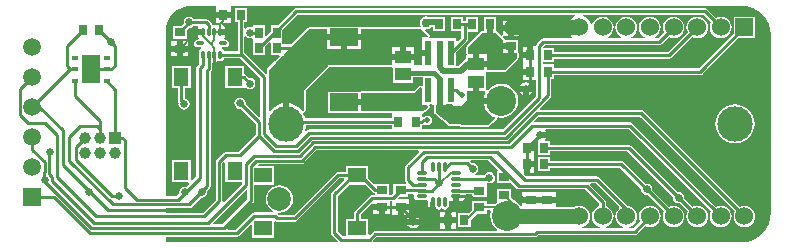
<source format=gtl>
G04 Layer_Physical_Order=1*
G04 Layer_Color=255*
%FSLAX25Y25*%
%MOIN*%
G70*
G01*
G75*
%ADD10R,0.02756X0.03543*%
%ADD11C,0.06000*%
%ADD12O,0.03937X0.01181*%
%ADD13R,0.06000X0.06000*%
%ADD14R,0.05118X0.06102*%
%ADD15R,0.05906X0.09449*%
%ADD16O,0.02362X0.01575*%
%ADD17R,0.03543X0.03150*%
%ADD18R,0.03150X0.03543*%
%ADD19O,0.01181X0.03150*%
%ADD20O,0.03150X0.01181*%
%ADD21R,0.06102X0.05118*%
%ADD22R,0.03543X0.02756*%
%ADD23O,0.01181X0.03937*%
%ADD24R,0.05512X0.04331*%
%ADD25R,0.02362X0.08465*%
%ADD26R,0.09449X0.05906*%
%ADD27C,0.01000*%
%ADD28C,0.01500*%
%ADD29C,0.00800*%
%ADD30C,0.02000*%
%ADD31C,0.05000*%
%ADD32C,0.11811*%
%ADD33C,0.07874*%
%ADD34R,0.05906X0.05906*%
%ADD35C,0.05906*%
%ADD36C,0.03937*%
%ADD37R,0.03937X0.03937*%
%ADD38C,0.02500*%
%ADD39C,0.10000*%
%ADD40C,0.03000*%
%ADD41C,0.02000*%
G36*
X209380Y120675D02*
X205307Y116602D01*
X205064Y116238D01*
X204978Y115809D01*
X204978Y115809D01*
Y103100D01*
X204978Y103100D01*
X205064Y102671D01*
X205307Y102307D01*
X207188Y100426D01*
X206996Y99964D01*
X150396Y99958D01*
X150042Y100311D01*
Y101778D01*
X173700D01*
X173700Y101778D01*
X174129Y101864D01*
X174493Y102107D01*
X178337Y105951D01*
X178799Y105760D01*
Y101383D01*
X186101D01*
Y106687D01*
X186542Y106922D01*
X186630Y106864D01*
X187059Y106778D01*
X187059Y106778D01*
X193000D01*
X193000Y106778D01*
X193429Y106864D01*
X193793Y107107D01*
X207823Y121137D01*
X209189D01*
X209380Y120675D01*
D02*
G37*
G36*
X234330Y130017D02*
X230007Y125693D01*
X229764Y125329D01*
X229678Y124900D01*
X229679Y124900D01*
Y120700D01*
X229678Y120700D01*
X229764Y120271D01*
X230007Y119907D01*
X230121Y119793D01*
X229930Y119331D01*
X225829D01*
Y116370D01*
X225180Y115722D01*
X224272D01*
Y119431D01*
X219529D01*
X219529Y119431D01*
Y119431D01*
X219412Y119382D01*
X217401Y121393D01*
Y125417D01*
X210098D01*
Y123380D01*
X207358D01*
X207358Y123380D01*
X206929Y123294D01*
X206565Y123051D01*
X206565Y123051D01*
X192535Y109022D01*
X187595D01*
X187330Y109446D01*
X187475Y109740D01*
X187811Y109695D01*
X188995Y109851D01*
X190099Y110309D01*
X191047Y111036D01*
X191774Y111984D01*
X192231Y113087D01*
X192387Y114272D01*
X192231Y115456D01*
X191774Y116560D01*
X191047Y117507D01*
X190099Y118235D01*
X188995Y118692D01*
X187811Y118848D01*
X186627Y118692D01*
X185523Y118235D01*
X184575Y117507D01*
X183848Y116560D01*
X183391Y115456D01*
X183235Y114272D01*
X183391Y113087D01*
X183848Y111984D01*
X184575Y111036D01*
X185523Y110309D01*
X185321Y109822D01*
X179443D01*
X179014Y109736D01*
X178650Y109493D01*
X178650Y109493D01*
X177506Y108350D01*
X177391Y108177D01*
X173235Y104022D01*
X170661D01*
X170470Y104483D01*
X178993Y113007D01*
X178993Y113007D01*
X179236Y113371D01*
X179322Y113800D01*
Y119099D01*
X186101D01*
Y125417D01*
X180683D01*
X180623Y125563D01*
X180901Y125978D01*
X195188D01*
X195188Y125978D01*
X195617Y126064D01*
X195981Y126307D01*
X200153Y130478D01*
X234139D01*
X234330Y130017D01*
D02*
G37*
G36*
X301102Y111712D02*
X301070Y111213D01*
X300881Y111067D01*
X300304Y110315D01*
X299941Y109440D01*
X299817Y108500D01*
X299941Y107560D01*
X300304Y106684D01*
X300881Y105932D01*
X301632Y105355D01*
X302462Y105012D01*
X302364Y104522D01*
X296658D01*
X296561Y105012D01*
X297390Y105355D01*
X298142Y105932D01*
X298719Y106684D01*
X299081Y107560D01*
X299205Y108500D01*
X299081Y109440D01*
X298719Y110315D01*
X298142Y111067D01*
X297390Y111644D01*
X296696Y111932D01*
Y113326D01*
X296610Y113755D01*
X296367Y114119D01*
X296367Y114119D01*
X291370Y119116D01*
X291561Y119578D01*
X293235D01*
X301102Y111712D01*
D02*
G37*
G36*
X177078Y117239D02*
Y114265D01*
X168735Y105922D01*
X165761D01*
X165570Y106384D01*
X176617Y117430D01*
X177078Y117239D01*
D02*
G37*
G36*
X181478Y154635D02*
Y141661D01*
X181017Y141470D01*
X176536Y145950D01*
X176586Y146200D01*
X176443Y146922D01*
X176034Y147534D01*
X175422Y147943D01*
X174700Y148086D01*
X173978Y147943D01*
X173366Y147534D01*
X172957Y146922D01*
X172814Y146200D01*
X172957Y145478D01*
X173366Y144866D01*
X173978Y144457D01*
X174700Y144314D01*
X174950Y144364D01*
X179878Y139435D01*
Y135802D01*
X174198Y130122D01*
X170000D01*
X170000Y130122D01*
X169571Y130036D01*
X169207Y129793D01*
X169207Y129793D01*
X166907Y127493D01*
X166664Y127129D01*
X166578Y126700D01*
X166578Y126700D01*
Y113965D01*
X162235Y109622D01*
X150042D01*
Y111378D01*
X157800D01*
X157800Y111378D01*
X158229Y111464D01*
X158593Y111707D01*
X161683Y114797D01*
X161850Y114764D01*
X162572Y114907D01*
X163184Y115316D01*
X163593Y115928D01*
X163736Y116650D01*
X163703Y116817D01*
X164593Y117707D01*
X164593Y117707D01*
X164836Y118071D01*
X164836Y118071D01*
X164836Y118071D01*
X164922Y118500D01*
X164922Y118500D01*
Y156735D01*
X164993Y156807D01*
X164993Y156807D01*
X165236Y157171D01*
X165322Y157600D01*
X165322Y157600D01*
Y159588D01*
X165708Y159905D01*
X166169Y159814D01*
X166789Y159937D01*
X167315Y160289D01*
X167437Y160471D01*
X167673Y160314D01*
X168137Y160222D01*
X168602Y160314D01*
X168995Y160577D01*
X169258Y160971D01*
X169324Y161298D01*
X174816D01*
X181478Y154635D01*
D02*
G37*
G36*
X169699Y126460D02*
Y119899D01*
X175260D01*
X175451Y119437D01*
X169259Y113245D01*
X168818Y113480D01*
X168822Y113500D01*
X168822Y113500D01*
Y126235D01*
X169237Y126651D01*
X169699Y126460D01*
D02*
G37*
G36*
X260621Y124093D02*
X260430Y123631D01*
X260228D01*
Y119675D01*
X264971D01*
X264972Y119675D01*
Y119675D01*
X265019Y119695D01*
X266807Y117907D01*
X266807Y117907D01*
X267171Y117664D01*
X267171Y117664D01*
X267171Y117664D01*
D01*
X267171Y117664D01*
X267171Y117664D01*
X267600Y117578D01*
X267600Y117578D01*
X289735D01*
X294453Y112861D01*
Y111932D01*
X293759Y111644D01*
X293006Y111067D01*
X292429Y110315D01*
X292067Y109440D01*
X291943Y108500D01*
X292067Y107560D01*
X292429Y106684D01*
X293006Y105932D01*
X293759Y105355D01*
X294587Y105012D01*
X294490Y104522D01*
X288784D01*
X288687Y105012D01*
X289516Y105355D01*
X290268Y105932D01*
X290845Y106684D01*
X291207Y107560D01*
X291331Y108500D01*
X291207Y109440D01*
X290845Y110315D01*
X290268Y111067D01*
X289516Y111644D01*
X288640Y112007D01*
X287700Y112131D01*
X286760Y112007D01*
X286083Y111727D01*
X279872D01*
Y113056D01*
X277100D01*
Y115056D01*
X279872D01*
Y116631D01*
X274372D01*
D01*
D01*
X274372Y116631D01*
X274328D01*
Y116631D01*
X268828D01*
Y115056D01*
X271600D01*
Y113056D01*
X268828D01*
Y111993D01*
X268355Y111833D01*
X267694Y112694D01*
X266524Y113592D01*
X265967Y113823D01*
X264972Y114818D01*
Y117725D01*
X260228D01*
Y113769D01*
X260330D01*
X260490Y113296D01*
X259706Y112694D01*
X259606Y112564D01*
X256872D01*
Y113719D01*
X252128D01*
Y110614D01*
X251085Y109572D01*
X247281D01*
Y104828D01*
X251631D01*
Y107233D01*
X253767Y109369D01*
X256872D01*
Y110525D01*
X257913D01*
X258242Y110149D01*
X258052Y108700D01*
X258244Y107238D01*
X258808Y105876D01*
X259706Y104706D01*
X260372Y104195D01*
X260211Y103722D01*
X219700D01*
X219271Y103636D01*
X218907Y103393D01*
X218907Y103393D01*
X217863Y102349D01*
X217401Y102540D01*
Y107701D01*
X214871D01*
Y109185D01*
X218667Y112980D01*
X219128Y112789D01*
Y112547D01*
X221900D01*
Y111547D01*
X222900D01*
Y109169D01*
X224672D01*
Y113478D01*
X225429D01*
Y109069D01*
X227200D01*
Y111644D01*
X228200D01*
Y112644D01*
X230972D01*
Y114219D01*
Y114219D01*
X227502D01*
X227359Y114565D01*
X227637Y114981D01*
X230572D01*
Y116034D01*
X232183D01*
X232792Y115628D01*
X232699Y115163D01*
X232792Y114699D01*
X233055Y114305D01*
X233449Y114041D01*
X233913Y113949D01*
X236669D01*
X237023Y114020D01*
X237410Y113702D01*
Y112013D01*
X237533Y111393D01*
X237885Y110867D01*
X238032Y110769D01*
Y113391D01*
X239786D01*
Y112013D01*
X239878Y111549D01*
X240032Y111320D01*
Y110769D01*
X240178Y110867D01*
X240300Y111049D01*
X240535Y110892D01*
X241000Y110800D01*
X241464Y110892D01*
X241858Y111155D01*
X242110D01*
X242504Y110892D01*
X242969Y110800D01*
X243433Y110892D01*
X243827Y111155D01*
X244090Y111549D01*
X244182Y112013D01*
Y113487D01*
X244623Y113723D01*
X244710Y113665D01*
X245331Y113541D01*
X245709D01*
Y115163D01*
X247709D01*
Y113541D01*
X248087D01*
X248707Y113665D01*
X249233Y114016D01*
X249585Y114542D01*
X249708Y115163D01*
X249617Y115623D01*
X249934Y116010D01*
X252128D01*
Y114881D01*
X256872D01*
Y119231D01*
X256872Y119231D01*
Y119231D01*
X257078Y119657D01*
X257800Y119514D01*
X258522Y119657D01*
X259134Y120066D01*
X259543Y120678D01*
X259686Y121400D01*
X259543Y122122D01*
X259134Y122734D01*
X258522Y123143D01*
X257800Y123286D01*
X257078Y123143D01*
X256466Y122734D01*
X256103Y122190D01*
X253084D01*
X252939Y122669D01*
X253534Y123066D01*
X253943Y123678D01*
X254086Y124400D01*
X253943Y125122D01*
X253534Y125734D01*
X252922Y126143D01*
X252200Y126286D01*
X251950Y126236D01*
X251370Y126816D01*
X251561Y127278D01*
X257435D01*
X260621Y124093D01*
D02*
G37*
G36*
X225644Y157983D02*
Y153082D01*
X232356D01*
Y155003D01*
X235679D01*
Y152313D01*
X235263Y152035D01*
X235065Y152117D01*
X234936D01*
X234817Y152166D01*
X234697Y152117D01*
X234568D01*
X234477Y152025D01*
X234358Y151976D01*
X232531Y150149D01*
X215024D01*
X214756Y150038D01*
X214624Y150126D01*
Y150126D01*
X203976D01*
Y143020D01*
X214624D01*
Y143020D01*
X214713Y143080D01*
X215024Y142951D01*
X225469D01*
Y142472D01*
X225469D01*
Y141221D01*
X196384D01*
X196193Y141852D01*
X195754Y142674D01*
X195934Y143140D01*
X196219Y143242D01*
X196326Y143339D01*
X196459Y143395D01*
X196503Y143500D01*
X196587Y143576D01*
X196594Y143720D01*
X196649Y143854D01*
Y150531D01*
X204369Y158251D01*
X225244D01*
X225644Y157983D01*
D02*
G37*
G36*
X254300Y150282D02*
X256211D01*
X256468Y149853D01*
X256230Y149407D01*
X255887Y148276D01*
X255870Y148100D01*
X261800D01*
Y146100D01*
X255870D01*
X255887Y145924D01*
X256230Y144793D01*
X256787Y143751D01*
X257537Y142837D01*
X258451Y142087D01*
X259493Y141530D01*
X259678Y141474D01*
X259778Y140984D01*
X257400Y139000D01*
X248200D01*
Y139281D01*
X248200Y139281D01*
X248200Y139281D01*
X248171Y139200D01*
X244800D01*
X244700Y139281D01*
X240100Y143028D01*
Y145565D01*
X240200D01*
Y150798D01*
X242200D01*
Y145565D01*
X243381D01*
Y145965D01*
X245093D01*
X245900Y145308D01*
X248200D01*
Y145173D01*
X250500Y147091D01*
Y150282D01*
X252300D01*
Y153447D01*
X254300D01*
Y150282D01*
D02*
G37*
G36*
X235279Y151326D02*
Y145565D01*
X237112D01*
X237303Y145103D01*
X236200Y144000D01*
X235800Y143600D01*
X215024D01*
Y145573D01*
X209300D01*
Y147573D01*
X215024D01*
Y149500D01*
X232800D01*
X234817Y151517D01*
X235279Y151326D01*
D02*
G37*
G36*
X258953Y169728D02*
X259872D01*
X260200Y169400D01*
X262228Y167372D01*
Y166247D01*
X265000D01*
Y165247D01*
X266000D01*
Y162869D01*
X267000D01*
Y161500D01*
X266900Y161400D01*
X262900Y157400D01*
X257056D01*
Y158353D01*
X253300D01*
Y159353D01*
X252300D01*
Y162518D01*
X251091D01*
X250742Y162876D01*
X250800Y165100D01*
X255471Y169771D01*
X255575Y169728D01*
Y169728D01*
X255575Y169728D01*
X256953D01*
Y172500D01*
X258953D01*
Y169728D01*
D02*
G37*
G36*
X343658Y178578D02*
X345513Y178015D01*
X347223Y177101D01*
X348722Y175871D01*
X349952Y174373D01*
X350866Y172663D01*
X351429Y170807D01*
X351614Y168925D01*
X351571Y168878D01*
X351571D01*
X351571Y168878D01*
Y109823D01*
X351571D01*
X351614Y109776D01*
X351429Y107893D01*
X350866Y106038D01*
X349952Y104328D01*
X348722Y102829D01*
X347223Y101600D01*
X345513Y100686D01*
X343658Y100123D01*
X341801Y99940D01*
X341728Y99980D01*
X341728D01*
D01*
D01*
X341728Y99980D01*
X219305Y99966D01*
X219114Y100428D01*
X220165Y101478D01*
X272900D01*
X272900Y101478D01*
X273329Y101564D01*
X273693Y101807D01*
X274165Y102278D01*
X306222D01*
X306222Y102278D01*
X306651Y102364D01*
X307015Y102607D01*
X309688Y105280D01*
X310382Y104993D01*
X311322Y104869D01*
X312262Y104993D01*
X313138Y105355D01*
X313890Y105932D01*
X314467Y106684D01*
X314829Y107560D01*
X314953Y108500D01*
X314829Y109440D01*
X314467Y110315D01*
X313890Y111067D01*
X313138Y111644D01*
X312262Y112007D01*
X311322Y112131D01*
X310382Y112007D01*
X309507Y111644D01*
X308754Y111067D01*
X308177Y110315D01*
X307815Y109440D01*
X307691Y108500D01*
X307815Y107560D01*
X308102Y106866D01*
X305758Y104522D01*
X304532D01*
X304435Y105012D01*
X305264Y105355D01*
X306016Y105932D01*
X306593Y106684D01*
X306955Y107560D01*
X307079Y108500D01*
X306955Y109440D01*
X306593Y110315D01*
X306016Y111067D01*
X305264Y111644D01*
X304388Y112007D01*
X303917Y112069D01*
X294493Y121493D01*
X294129Y121736D01*
X293700Y121822D01*
X293700Y121822D01*
X270065D01*
X269220Y122666D01*
X269247Y122733D01*
Y125900D01*
X270247D01*
Y126900D01*
X272625D01*
Y128672D01*
X272625D01*
Y130300D01*
X270247D01*
Y132300D01*
X272625D01*
Y134044D01*
X273104Y134189D01*
X273178Y134078D01*
X273922Y133581D01*
X274175Y133530D01*
Y128928D01*
X278131D01*
Y130178D01*
X303835D01*
X319014Y115000D01*
X318964Y114750D01*
X319107Y114028D01*
X319516Y113416D01*
X320128Y113007D01*
X320850Y112864D01*
X321100Y112914D01*
X323859Y110155D01*
X323563Y109440D01*
X323439Y108500D01*
X323563Y107560D01*
X323925Y106684D01*
X324502Y105932D01*
X325255Y105355D01*
X326130Y104993D01*
X327070Y104869D01*
X328010Y104993D01*
X328886Y105355D01*
X329638Y105932D01*
X330215Y106684D01*
X330577Y107560D01*
X330701Y108500D01*
X330577Y109440D01*
X330215Y110315D01*
X329638Y111067D01*
X328886Y111644D01*
X328010Y112007D01*
X327070Y112131D01*
X326130Y112007D01*
X325458Y111729D01*
X322687Y114500D01*
X322736Y114750D01*
X322593Y115472D01*
X322184Y116084D01*
X321572Y116493D01*
X320850Y116636D01*
X320600Y116586D01*
X305093Y132093D01*
X304729Y132336D01*
X304300Y132422D01*
X304300Y132422D01*
X278131D01*
Y133672D01*
X276681D01*
X276445Y134113D01*
X276838Y134700D01*
X274800D01*
Y136700D01*
X276838D01*
X276479Y137238D01*
X276714Y137678D01*
X304179D01*
X331724Y110134D01*
X331437Y109440D01*
X331313Y108500D01*
X331437Y107560D01*
X331800Y106684D01*
X332377Y105932D01*
X333128Y105355D01*
X334004Y104993D01*
X334944Y104869D01*
X335884Y104993D01*
X336760Y105355D01*
X337512Y105932D01*
X338089Y106684D01*
X338451Y107560D01*
X338575Y108500D01*
X338451Y109440D01*
X338089Y110315D01*
X337512Y111067D01*
X336760Y111644D01*
X335884Y112007D01*
X334944Y112131D01*
X334004Y112007D01*
X333310Y111720D01*
X305437Y139593D01*
X305073Y139836D01*
X304644Y139922D01*
X304644Y139922D01*
X272961D01*
X272770Y140384D01*
X274165Y141778D01*
X307953D01*
X339598Y110134D01*
X339311Y109440D01*
X339187Y108500D01*
X339311Y107560D01*
X339673Y106684D01*
X340250Y105932D01*
X341002Y105355D01*
X341878Y104993D01*
X342818Y104869D01*
X343758Y104993D01*
X344634Y105355D01*
X345386Y105932D01*
X345963Y106684D01*
X346325Y107560D01*
X346449Y108500D01*
X346325Y109440D01*
X345963Y110315D01*
X345386Y111067D01*
X344634Y111644D01*
X343758Y112007D01*
X342818Y112131D01*
X341878Y112007D01*
X341184Y111720D01*
X309211Y143693D01*
X308847Y143936D01*
X308418Y144022D01*
X308418Y144022D01*
X274798D01*
X274607Y144483D01*
X278146Y148022D01*
X278146Y148022D01*
X278389Y148386D01*
X278389Y148386D01*
X278389Y148386D01*
X278474Y148816D01*
X278474Y148816D01*
Y154428D01*
X279331D01*
Y155678D01*
X328118D01*
X328118Y155678D01*
X328547Y155764D01*
X328911Y156007D01*
X340804Y167900D01*
X346418D01*
Y175100D01*
X339218D01*
Y169486D01*
X327654Y157922D01*
X279331D01*
Y159172D01*
X275521D01*
Y159828D01*
X279331D01*
Y161078D01*
X317770D01*
X317770Y161078D01*
X318199Y161164D01*
X318563Y161407D01*
X325436Y168280D01*
X326130Y167993D01*
X327070Y167869D01*
X328010Y167993D01*
X328886Y168355D01*
X329638Y168932D01*
X330215Y169684D01*
X330577Y170560D01*
X330701Y171500D01*
X330577Y172440D01*
X330215Y173315D01*
X329638Y174067D01*
X328886Y174644D01*
X328010Y175007D01*
X327070Y175131D01*
X326130Y175007D01*
X325255Y174644D01*
X324502Y174067D01*
X323925Y173315D01*
X323563Y172440D01*
X323439Y171500D01*
X323563Y170560D01*
X323850Y169866D01*
X317306Y163321D01*
X279331D01*
Y164572D01*
X275911D01*
X275720Y165034D01*
X276265Y165578D01*
X314396D01*
X314396Y165578D01*
X314825Y165664D01*
X315189Y165907D01*
X317562Y168280D01*
X318256Y167993D01*
X319196Y167869D01*
X320136Y167993D01*
X321012Y168355D01*
X321764Y168932D01*
X322341Y169684D01*
X322703Y170560D01*
X322827Y171500D01*
X322703Y172440D01*
X322341Y173315D01*
X321764Y174067D01*
X321012Y174644D01*
X320136Y175007D01*
X319196Y175131D01*
X318256Y175007D01*
X317380Y174644D01*
X316629Y174067D01*
X316052Y173315D01*
X315689Y172440D01*
X315565Y171500D01*
X315689Y170560D01*
X315976Y169866D01*
X313932Y167822D01*
X313130D01*
X313033Y168312D01*
X313138Y168355D01*
X313890Y168932D01*
X314467Y169684D01*
X314829Y170560D01*
X314953Y171500D01*
X314829Y172440D01*
X314467Y173315D01*
X313890Y174067D01*
X313138Y174644D01*
X312262Y175007D01*
X311322Y175131D01*
X310382Y175007D01*
X309507Y174644D01*
X308754Y174067D01*
X308177Y173315D01*
X307815Y172440D01*
X307691Y171500D01*
X307815Y170560D01*
X308177Y169684D01*
X308754Y168932D01*
X309507Y168355D01*
X309611Y168312D01*
X309514Y167822D01*
X305256D01*
X305159Y168312D01*
X305264Y168355D01*
X306016Y168932D01*
X306593Y169684D01*
X306955Y170560D01*
X307079Y171500D01*
X306955Y172440D01*
X306593Y173315D01*
X306016Y174067D01*
X305264Y174644D01*
X304388Y175007D01*
X303448Y175131D01*
X302508Y175007D01*
X301632Y174644D01*
X300881Y174067D01*
X300304Y173315D01*
X299941Y172440D01*
X299817Y171500D01*
X299941Y170560D01*
X300304Y169684D01*
X300881Y168932D01*
X301632Y168355D01*
X301737Y168312D01*
X301640Y167822D01*
X297382D01*
X297285Y168312D01*
X297390Y168355D01*
X298142Y168932D01*
X298719Y169684D01*
X299081Y170560D01*
X299205Y171500D01*
X299081Y172440D01*
X298719Y173315D01*
X298142Y174067D01*
X297390Y174644D01*
X296514Y175007D01*
X295574Y175131D01*
X294634Y175007D01*
X293759Y174644D01*
X293006Y174067D01*
X292429Y173315D01*
X292140Y172616D01*
X291597Y172544D01*
X291194Y173517D01*
X290553Y174353D01*
X289717Y174994D01*
X289007Y175288D01*
X289105Y175778D01*
X329079D01*
X331724Y173134D01*
X331437Y172440D01*
X331313Y171500D01*
X331437Y170560D01*
X331800Y169684D01*
X332377Y168932D01*
X333128Y168355D01*
X334004Y167993D01*
X334944Y167869D01*
X335884Y167993D01*
X336760Y168355D01*
X337512Y168932D01*
X338089Y169684D01*
X338451Y170560D01*
X338575Y171500D01*
X338451Y172440D01*
X338089Y173315D01*
X337512Y174067D01*
X336760Y174644D01*
X335884Y175007D01*
X334944Y175131D01*
X334004Y175007D01*
X333310Y174720D01*
X330337Y177693D01*
X329973Y177936D01*
X329544Y178022D01*
X329544Y178022D01*
X193500D01*
X193071Y177936D01*
X192707Y177693D01*
X192707Y177693D01*
X187186Y172172D01*
X184875D01*
Y170214D01*
X183387Y168726D01*
X182925Y168918D01*
Y172172D01*
X178969D01*
Y171888D01*
X178583Y171570D01*
X178000Y171686D01*
X177278Y171543D01*
X176666Y171134D01*
X176653Y171114D01*
X176174Y171259D01*
Y173328D01*
X177031D01*
Y178072D01*
X173075D01*
Y173328D01*
X173931D01*
Y163541D01*
X169324D01*
X169258Y163868D01*
X168995Y164262D01*
X168688Y164468D01*
X168833Y164946D01*
X169909D01*
X170373Y165038D01*
X170767Y165302D01*
X171030Y165695D01*
X171123Y166160D01*
X171030Y166624D01*
X170767Y167018D01*
X170373Y167281D01*
X169909Y167374D01*
X169550D01*
X169314Y167815D01*
X169635Y168295D01*
X169756Y168900D01*
X168137D01*
Y170900D01*
X169756D01*
X169635Y171505D01*
X169284Y172031D01*
X168758Y172382D01*
X168515Y172431D01*
X168564Y172928D01*
X171525D01*
Y174700D01*
X166769D01*
Y172928D01*
X167710D01*
X167759Y172431D01*
X167516Y172382D01*
X167153Y172140D01*
X166789Y172382D01*
X166169Y172506D01*
X165670Y172407D01*
X165254Y172685D01*
X165236Y172773D01*
X164993Y173137D01*
X164993Y173137D01*
X164177Y173953D01*
X163813Y174196D01*
X163384Y174281D01*
X163384Y174281D01*
X159304D01*
X159162Y174494D01*
X158550Y174902D01*
X157828Y175046D01*
X157107Y174902D01*
X156495Y174494D01*
X156086Y173882D01*
X155942Y173160D01*
X155992Y172909D01*
X155173Y172090D01*
X152213D01*
Y167741D01*
X156956D01*
Y170701D01*
X157578Y171323D01*
X157828Y171274D01*
X158550Y171417D01*
X159162Y171826D01*
X159304Y172038D01*
X160559D01*
X160795Y171597D01*
X160733Y171505D01*
X160613Y170900D01*
X162232D01*
Y168900D01*
X160613D01*
X160733Y168295D01*
X161054Y167815D01*
X160819Y167374D01*
X160460D01*
X159995Y167281D01*
X159602Y167018D01*
X159338Y166624D01*
X159246Y166160D01*
X159338Y165695D01*
X159602Y165302D01*
X159995Y165038D01*
X160460Y164946D01*
X161535D01*
X161680Y164468D01*
X161373Y164262D01*
X161110Y163868D01*
X161018Y163404D01*
Y161435D01*
X161110Y160971D01*
Y159396D01*
X160407Y158693D01*
X160164Y158329D01*
X160078Y157900D01*
X160078Y157900D01*
Y121865D01*
X158763Y120549D01*
X158301Y120740D01*
Y127202D01*
X151983D01*
Y119899D01*
X157460D01*
X157651Y119437D01*
X156634Y118420D01*
X156300Y118486D01*
X155578Y118343D01*
X154966Y117934D01*
X154557Y117322D01*
X154414Y116600D01*
X154480Y116266D01*
X153435Y115222D01*
X150042D01*
Y135700D01*
X150043Y135700D01*
Y170768D01*
X150043Y170768D01*
X150043D01*
X150039Y170772D01*
X150147Y171871D01*
X150634Y173477D01*
X151425Y174957D01*
X152490Y176254D01*
X153787Y177319D01*
X155267Y178110D01*
X156873Y178597D01*
X158463Y178754D01*
X158500Y178720D01*
Y178720D01*
X158500Y178721D01*
X166769D01*
Y178721D01*
Y178472D01*
X166769Y178367D01*
X166769Y178367D01*
X166769D01*
Y176700D01*
X171525D01*
Y178367D01*
X171525Y178367D01*
D01*
D01*
X171525Y178472D01*
D01*
X171774Y178721D01*
X341728D01*
Y178721D01*
X341776Y178763D01*
X343658Y178578D01*
D02*
G37*
G36*
X218962Y116660D02*
X218962Y116660D01*
X219326Y116417D01*
X219326Y116417D01*
X219326Y116417D01*
D01*
X219326Y116417D01*
X219326Y116417D01*
X219529Y116376D01*
Y115722D01*
X218700D01*
X218271Y115636D01*
X217907Y115393D01*
X217907Y115393D01*
X212957Y110443D01*
X212713Y110079D01*
X212628Y109650D01*
X212628Y109650D01*
Y107701D01*
X210098D01*
Y101922D01*
X208865D01*
X207222Y103565D01*
Y115344D01*
X210977Y119099D01*
X216523D01*
X218962Y116660D01*
D02*
G37*
G36*
X237303Y168697D02*
X237112Y168235D01*
X235279D01*
Y164002D01*
X237460D01*
Y162002D01*
X235279D01*
Y158900D01*
X232756D01*
Y160753D01*
X225244D01*
Y158900D01*
X204100D01*
X204000Y158800D01*
X196000Y150800D01*
Y143854D01*
X195529Y143685D01*
X195060Y144257D01*
X194009Y145120D01*
X192809Y145761D01*
X191507Y146156D01*
X191154Y146191D01*
Y139350D01*
X189154D01*
Y146191D01*
X188800Y146156D01*
X187498Y145761D01*
X186299Y145120D01*
X185247Y144257D01*
X184771Y143677D01*
X184300Y143845D01*
Y157400D01*
X186700Y159800D01*
X188828Y161928D01*
X189231D01*
Y162331D01*
X197800Y170900D01*
X203576D01*
Y169227D01*
X215024D01*
Y170900D01*
X235100D01*
X237303Y168697D01*
D02*
G37*
G36*
X286393Y175288D02*
X285683Y174994D01*
X284847Y174353D01*
X284206Y173517D01*
X283803Y172544D01*
X283797Y172500D01*
X287700D01*
Y170500D01*
X283797D01*
X283803Y170456D01*
X284206Y169483D01*
X284847Y168647D01*
X285306Y168295D01*
X285145Y167822D01*
X275800D01*
X275800Y167822D01*
X275371Y167736D01*
X275007Y167493D01*
X275007Y167493D01*
X273607Y166093D01*
X273364Y165729D01*
X273278Y165300D01*
X272447Y165134D01*
Y162200D01*
X271447D01*
Y161200D01*
X269069D01*
Y159428D01*
Y157800D01*
X271447D01*
Y155800D01*
X269069D01*
Y154028D01*
X273278D01*
Y148590D01*
X262210Y137522D01*
X235331D01*
Y137522D01*
Y137728D01*
X235331Y137875D01*
X235331Y137875D01*
X235331D01*
Y138868D01*
X235353Y138978D01*
X235782Y139064D01*
X236076Y139260D01*
X236476Y138993D01*
X237100Y138869D01*
X237724Y138993D01*
X238253Y139347D01*
X238607Y139876D01*
X238731Y140500D01*
X238607Y141124D01*
X238253Y141654D01*
X237724Y142007D01*
X237100Y142131D01*
X236476Y142007D01*
X235946Y141654D01*
X235759Y141622D01*
X235753D01*
X235753Y141622D01*
X235717Y141614D01*
X235717Y141614D01*
X235331Y141932D01*
Y142472D01*
X235331D01*
Y142597D01*
X235684Y142951D01*
X235800D01*
X236259Y143141D01*
X236659Y143541D01*
X237763Y144644D01*
X237812Y144764D01*
X237903Y144855D01*
Y144984D01*
X237953Y145103D01*
X237903Y145223D01*
Y145352D01*
X237822Y145550D01*
X238099Y145965D01*
X238485D01*
X239451Y145565D01*
Y143028D01*
X239464Y142995D01*
X239454Y142962D01*
X239557Y142770D01*
X239641Y142569D01*
X239673Y142555D01*
X239690Y142524D01*
X244290Y138778D01*
X244290D01*
Y138778D01*
X244390Y138696D01*
X244599Y138634D01*
X244800Y138551D01*
X247737D01*
X247741Y138541D01*
X248200Y138351D01*
X257400D01*
X257605Y138435D01*
X257816Y138501D01*
X260194Y140485D01*
X260239Y140571D01*
X260319Y140625D01*
X260350Y140783D01*
X260425Y140925D01*
X260396Y141018D01*
X260414Y141113D01*
X260391Y141227D01*
X260732Y141592D01*
X261800Y141452D01*
X263262Y141644D01*
X264624Y142208D01*
X265794Y143106D01*
X266692Y144276D01*
X267256Y145638D01*
X267448Y147100D01*
X267256Y148562D01*
X266692Y149924D01*
X265794Y151094D01*
X264624Y151992D01*
X263262Y152556D01*
X261800Y152748D01*
X260338Y152556D01*
X258976Y151992D01*
X257806Y151094D01*
X257333Y150478D01*
X256834Y150506D01*
X256768Y150616D01*
X256702Y150665D01*
X256670Y150741D01*
X256656Y150747D01*
Y156213D01*
X256656D01*
Y156587D01*
D01*
X257056Y156751D01*
D01*
X262900D01*
X263225Y156885D01*
X263359Y156941D01*
X267359Y160941D01*
X267459Y161041D01*
X267649Y161500D01*
Y162869D01*
X267459Y163329D01*
X267372Y163365D01*
Y167225D01*
X262878D01*
Y167372D01*
X262688Y167831D01*
X262206Y168313D01*
X262266Y168459D01*
D01*
X262397Y168775D01*
X264000D01*
Y170153D01*
X262228D01*
Y168943D01*
X261913Y168813D01*
X261913D01*
X261766Y168752D01*
X260659Y169859D01*
X260331Y170188D01*
X259931Y170353D01*
Y174872D01*
X255975D01*
Y170662D01*
X255559Y170384D01*
X255471Y170421D01*
X255352Y170371D01*
X255223D01*
X255131Y170280D01*
X255012Y170230D01*
X250341Y165559D01*
X250249Y165337D01*
X250151Y165117D01*
X250093Y162893D01*
X250095Y162889D01*
X250093Y162885D01*
X250184Y162657D01*
X250232Y162530D01*
X249949Y162118D01*
X249944D01*
Y160863D01*
X249928Y160860D01*
X249399Y160506D01*
X247524Y158631D01*
X246721D01*
Y163197D01*
X250393Y166869D01*
X250393Y166869D01*
X250636Y167233D01*
X250636Y167233D01*
X250636Y167233D01*
X250722Y167662D01*
X250722Y167662D01*
Y170128D01*
X254025D01*
Y174872D01*
X250069D01*
Y173621D01*
X249031D01*
Y174972D01*
X245075D01*
Y170228D01*
X248479D01*
Y168127D01*
X247183Y166832D01*
X246721Y167023D01*
Y167835D01*
X243159D01*
D01*
D01*
X243159Y167835D01*
X242981D01*
Y167835D01*
X239419D01*
D01*
D01*
X239419Y167835D01*
X239241D01*
Y167835D01*
X238099D01*
X237822Y168250D01*
X237903Y168448D01*
Y168577D01*
X237953Y168697D01*
X237903Y168816D01*
Y168945D01*
X237812Y169036D01*
X237763Y169156D01*
X236360Y170559D01*
X236596Y171000D01*
X236800Y170959D01*
X237619Y171122D01*
X238314Y171586D01*
X238369Y171669D01*
X239169D01*
Y170228D01*
X243125D01*
Y174972D01*
X239169D01*
Y174931D01*
X237839D01*
X237619Y175078D01*
X236800Y175241D01*
X235981Y175078D01*
X235286Y174614D01*
X234822Y173919D01*
X234659Y173100D01*
X234822Y172281D01*
X235016Y171990D01*
X234780Y171549D01*
X215024D01*
X214990Y171535D01*
X214624Y171780D01*
Y171780D01*
X203976D01*
Y171780D01*
X203610Y171535D01*
X203576Y171549D01*
X197800D01*
X197475Y171415D01*
X197341Y171359D01*
X191803Y165822D01*
X188831D01*
Y167072D01*
D01*
Y167072D01*
X188831Y167072D01*
X188831Y167428D01*
X188831D01*
Y170645D01*
X193965Y175778D01*
X286295D01*
X286393Y175288D01*
D02*
G37*
G36*
X176666Y168466D02*
X177278Y168057D01*
X178000Y167914D01*
X178583Y168030D01*
X178969Y167712D01*
Y167428D01*
D01*
D01*
X178969Y167428D01*
X178969Y167072D01*
X178969D01*
Y162328D01*
X182925D01*
Y165092D01*
X184413Y166579D01*
X184875Y166388D01*
Y162328D01*
X187657D01*
X187848Y161866D01*
X186241Y160259D01*
X186241Y160259D01*
X183841Y157859D01*
X183651Y157400D01*
Y156289D01*
X183189Y156097D01*
X176174Y163112D01*
Y168341D01*
X176653Y168486D01*
X176666Y168466D01*
D02*
G37*
G36*
X225469Y137728D02*
D01*
Y137728D01*
X225262Y137522D01*
X197700D01*
X197700Y137522D01*
X197271Y137436D01*
X196907Y137193D01*
X196907Y137193D01*
X196759Y137046D01*
X196331Y137303D01*
X196565Y138075D01*
X196654Y138978D01*
X225469D01*
Y137728D01*
D02*
G37*
%LPC*%
G36*
X272625Y124900D02*
X271247D01*
Y123128D01*
X272625D01*
Y124900D01*
D02*
G37*
G36*
X339642Y145887D02*
X338367Y145762D01*
X337140Y145390D01*
X336010Y144786D01*
X335019Y143973D01*
X334207Y142982D01*
X333602Y141852D01*
X333230Y140626D01*
X333105Y139350D01*
X333230Y138075D01*
X333602Y136849D01*
X334207Y135719D01*
X335019Y134728D01*
X336010Y133915D01*
X337140Y133311D01*
X338367Y132939D01*
X339642Y132813D01*
X340917Y132939D01*
X342143Y133311D01*
X343274Y133915D01*
X344264Y134728D01*
X345077Y135719D01*
X345681Y136849D01*
X346053Y138075D01*
X346179Y139350D01*
X346053Y140626D01*
X345681Y141852D01*
X345077Y142982D01*
X344264Y143973D01*
X343274Y144786D01*
X342143Y145390D01*
X340917Y145762D01*
X339642Y145887D01*
D02*
G37*
G36*
X234438Y105800D02*
X230362D01*
X230778Y105178D01*
X231522Y104681D01*
X232400Y104506D01*
X233278Y104681D01*
X234022Y105178D01*
X234438Y105800D01*
D02*
G37*
G36*
X278131Y128272D02*
X274175D01*
Y123528D01*
X278131D01*
Y124778D01*
X301331D01*
X308360Y117750D01*
X308310Y117500D01*
X308453Y116778D01*
X308862Y116166D01*
X309474Y115757D01*
X310196Y115614D01*
X310446Y115664D01*
X315976Y110134D01*
X315689Y109440D01*
X315565Y108500D01*
X315689Y107560D01*
X316052Y106684D01*
X316629Y105932D01*
X317380Y105355D01*
X318256Y104993D01*
X319196Y104869D01*
X320136Y104993D01*
X321012Y105355D01*
X321764Y105932D01*
X322341Y106684D01*
X322703Y107560D01*
X322827Y108500D01*
X322703Y109440D01*
X322341Y110315D01*
X321764Y111067D01*
X321012Y111644D01*
X320136Y112007D01*
X319196Y112131D01*
X318256Y112007D01*
X317562Y111720D01*
X312032Y117250D01*
X312082Y117500D01*
X311939Y118222D01*
X311530Y118834D01*
X310918Y119243D01*
X310196Y119386D01*
X309946Y119336D01*
X302589Y126693D01*
X302225Y126936D01*
X301796Y127022D01*
X301796Y127022D01*
X278131D01*
Y128272D01*
D02*
G37*
G36*
X242944Y106200D02*
X241369D01*
Y104428D01*
X242944D01*
Y106200D01*
D02*
G37*
G36*
X246519D02*
X244944D01*
Y104428D01*
X246519D01*
Y106200D01*
D02*
G37*
G36*
X230972Y110644D02*
X229200D01*
Y109069D01*
X230885D01*
D01*
X230885Y109069D01*
X230889Y109057D01*
X230889Y109057D01*
X231007Y108669D01*
X231030Y108591D01*
X230778Y108422D01*
X230362Y107800D01*
X231400D01*
Y108853D01*
X230972Y109082D01*
Y110644D01*
D02*
G37*
G36*
X246519Y109972D02*
X244944D01*
Y108200D01*
X246519D01*
Y109972D01*
D02*
G37*
G36*
X220900Y110547D02*
X219128D01*
Y109169D01*
X220900D01*
Y110547D01*
D02*
G37*
G36*
X233400Y108838D02*
Y107800D01*
X234438D01*
X234022Y108422D01*
X233400Y108838D01*
D02*
G37*
G36*
X242944Y109972D02*
X241369D01*
Y108200D01*
X242944D01*
Y109972D01*
D02*
G37*
G36*
X208300Y167227D02*
X203576D01*
Y164274D01*
X208300D01*
Y167227D01*
D02*
G37*
G36*
X215024D02*
X210300D01*
Y164274D01*
X215024D01*
Y167227D01*
D02*
G37*
G36*
X264000Y164247D02*
X262228D01*
Y162869D01*
X264000D01*
Y164247D01*
D02*
G37*
G36*
X270447Y164972D02*
X269069D01*
Y163200D01*
X270447D01*
Y164972D01*
D02*
G37*
G36*
X153584Y166979D02*
X151813D01*
Y165404D01*
X153584D01*
Y166979D01*
D02*
G37*
G36*
X264000Y173531D02*
X262228D01*
Y172153D01*
X264000D01*
Y173531D01*
D02*
G37*
G36*
X267772D02*
X266000D01*
Y172153D01*
X267772D01*
Y173531D01*
D02*
G37*
G36*
X157356Y166979D02*
X155584D01*
Y165404D01*
X157356D01*
Y166979D01*
D02*
G37*
G36*
X267772Y170153D02*
X266000D01*
Y168775D01*
X267772D01*
Y170153D01*
D02*
G37*
G36*
X232756Y164918D02*
X230000D01*
Y162753D01*
X232756D01*
Y164918D01*
D02*
G37*
G36*
X271938Y150000D02*
X270900D01*
Y148962D01*
X271522Y149378D01*
X271938Y150000D01*
D02*
G37*
G36*
X176017Y158501D02*
X169699D01*
Y151198D01*
X176017D01*
Y151427D01*
X176496Y151572D01*
X176566Y151466D01*
X177178Y151057D01*
X177900Y150914D01*
X178622Y151057D01*
X179234Y151466D01*
X179643Y152078D01*
X179786Y152800D01*
X179643Y153522D01*
X179234Y154134D01*
X178622Y154543D01*
X177900Y154686D01*
X177650Y154636D01*
X176644Y155643D01*
X176280Y155886D01*
X176017Y155938D01*
Y158501D01*
D02*
G37*
G36*
X158301D02*
X151983D01*
Y151198D01*
X154020D01*
Y146858D01*
X154020Y146858D01*
X154106Y146429D01*
X154106Y146429D01*
X154106Y146429D01*
X154178Y146321D01*
X154114Y146000D01*
X154257Y145278D01*
X154666Y144666D01*
X155278Y144257D01*
X156000Y144114D01*
X156722Y144257D01*
X157334Y144666D01*
X157743Y145278D01*
X157886Y146000D01*
X157743Y146722D01*
X157334Y147334D01*
X156722Y147743D01*
X156263Y147834D01*
Y151198D01*
X158301D01*
Y158501D01*
D02*
G37*
G36*
X268900Y150000D02*
X267862D01*
X268278Y149378D01*
X268900Y148962D01*
Y150000D01*
D02*
G37*
G36*
X269900Y153294D02*
X269022Y153120D01*
X268278Y152622D01*
X267862Y152000D01*
X271938D01*
X271522Y152622D01*
X270778Y153120D01*
X269900Y153294D01*
D02*
G37*
G36*
X157356Y163404D02*
X155584D01*
Y161829D01*
X157356D01*
Y163404D01*
D02*
G37*
G36*
X228000Y164918D02*
X225244D01*
Y162753D01*
X228000D01*
Y164918D01*
D02*
G37*
G36*
X257056Y162518D02*
X254300D01*
Y160353D01*
X257056D01*
Y162518D01*
D02*
G37*
G36*
X153584Y163404D02*
X151813D01*
Y161829D01*
X153584D01*
Y163404D01*
D02*
G37*
%LPD*%
D10*
X247053Y172600D02*
D03*
X241147D02*
D03*
X257953Y172500D02*
D03*
X252047D02*
D03*
X169147Y175700D02*
D03*
X175053D02*
D03*
X277353Y156800D02*
D03*
X271447D02*
D03*
X180947Y164700D02*
D03*
X186853D02*
D03*
X180947Y169800D02*
D03*
X186853D02*
D03*
X277353Y162200D02*
D03*
X271447D02*
D03*
X276153Y125900D02*
D03*
X270247D02*
D03*
X276153Y131300D02*
D03*
X270247D02*
D03*
X227447Y140100D02*
D03*
X233353D02*
D03*
D11*
X334944Y108500D02*
D03*
X342818D02*
D03*
X319196D02*
D03*
X311322D02*
D03*
X303448D02*
D03*
X295574D02*
D03*
X287700D02*
D03*
Y171500D02*
D03*
X295574D02*
D03*
X303448D02*
D03*
X311322D02*
D03*
X319196D02*
D03*
X327070D02*
D03*
X334944D02*
D03*
X327070Y108500D02*
D03*
D12*
X246709Y121069D02*
D03*
X235291Y115163D02*
D03*
Y117131D02*
D03*
Y119100D02*
D03*
Y121069D02*
D03*
Y123037D02*
D03*
X246709D02*
D03*
Y119100D02*
D03*
Y117131D02*
D03*
Y115163D02*
D03*
D13*
X342818Y171500D02*
D03*
D14*
X172858Y154850D02*
D03*
Y123550D02*
D03*
X155142Y154850D02*
D03*
Y123550D02*
D03*
D15*
X125000Y157500D02*
D03*
D16*
X119685Y153563D02*
D03*
Y157500D02*
D03*
Y161437D02*
D03*
X130315D02*
D03*
Y157500D02*
D03*
Y153563D02*
D03*
D17*
X154584Y169916D02*
D03*
Y164404D02*
D03*
X254500Y111544D02*
D03*
Y117056D02*
D03*
X228200Y117156D02*
D03*
Y111644D02*
D03*
X277100Y108544D02*
D03*
Y114056D02*
D03*
X271600Y108544D02*
D03*
Y114056D02*
D03*
D18*
X249456Y107200D02*
D03*
X243944D02*
D03*
X127756Y170600D02*
D03*
X122244D02*
D03*
D19*
X162232Y162420D02*
D03*
X164200D02*
D03*
X166169D02*
D03*
X168137D02*
D03*
Y169900D02*
D03*
X166169D02*
D03*
X164200D02*
D03*
X162232D02*
D03*
D20*
X168924Y166160D02*
D03*
X161444D02*
D03*
D21*
X213750Y104542D02*
D03*
X182450D02*
D03*
X213750Y122258D02*
D03*
X182450D02*
D03*
D22*
X262600Y115747D02*
D03*
Y121653D02*
D03*
X221900Y117453D02*
D03*
Y111547D02*
D03*
X265000Y171153D02*
D03*
Y165247D02*
D03*
D23*
X242969Y113391D02*
D03*
X241000D02*
D03*
X239032D02*
D03*
Y124809D02*
D03*
X241000D02*
D03*
X242969D02*
D03*
D24*
X229000Y155847D02*
D03*
Y161753D02*
D03*
X253300Y153447D02*
D03*
Y159353D02*
D03*
D25*
X237460Y150798D02*
D03*
X241200D02*
D03*
X244940D02*
D03*
Y163002D02*
D03*
X241200D02*
D03*
X237460D02*
D03*
D26*
X209300Y168227D02*
D03*
Y146573D02*
D03*
D27*
X130315Y153563D02*
X133100Y150778D01*
X125000Y157500D02*
X130315D01*
X190154Y139350D02*
X190903Y140100D01*
X175850Y154850D02*
X177900Y152800D01*
X172858Y154850D02*
X175850D01*
X175053Y175700D02*
Y176500D01*
Y162647D02*
Y175700D01*
X168137Y162420D02*
X174825D01*
X154584Y169916D02*
X157828Y173160D01*
X163384D01*
X164200Y172344D01*
Y169900D02*
Y172344D01*
X246709Y115163D02*
X251491D01*
X252273Y114381D02*
X257281D01*
X258400Y115500D01*
X251491Y115163D02*
X252273Y114381D01*
X258400Y115500D02*
Y117500D01*
X259700Y118800D01*
X264700D01*
X269444Y114056D01*
X271600D01*
X267600Y118700D02*
X290200D01*
X257900Y128400D02*
X267600Y118700D01*
X237100Y128400D02*
X257900D01*
X231044Y108800D02*
X232400Y107444D01*
Y106800D02*
Y107444D01*
X274647Y135700D02*
X274800D01*
X270247Y131300D02*
X274647Y135700D01*
X270247Y125900D02*
X270247Y125900D01*
X270247Y125900D02*
Y131300D01*
X276153Y125900D02*
X301796D01*
X310196Y117500D01*
X304300Y131300D02*
X320850Y114750D01*
X276153Y131300D02*
X304300D01*
X197700Y136400D02*
X262674D01*
X193200Y131900D02*
X197700Y136400D01*
X190903Y140100D02*
X227447D01*
X274400Y148126D02*
Y165300D01*
X260300Y130000D02*
X269600Y120700D01*
X235900Y130000D02*
X260300D01*
X230800Y124900D02*
X235900Y130000D01*
X235291Y126591D02*
X237100Y128400D01*
X271447Y156800D02*
Y162200D01*
X317770D02*
X327070Y171500D01*
X277353Y162200D02*
X317770D01*
X274400Y165300D02*
X275800Y166700D01*
X314396D01*
X319196Y171500D01*
X200100Y164700D02*
X200800Y165400D01*
X186853Y164700D02*
X200100D01*
X186047Y169800D02*
X186853D01*
X180947Y164700D02*
X186047Y169800D01*
X187400Y170800D02*
X193500Y176900D01*
X329544D01*
X334944Y171500D01*
X230800Y120700D02*
Y124900D01*
X241000Y119500D02*
Y124809D01*
X239432Y121069D02*
X241000Y119500D01*
X235291Y121069D02*
X239432D01*
X235291Y123037D02*
Y126591D01*
X250300Y126300D02*
X252200Y124400D01*
X245000Y126300D02*
X250300D01*
X243509Y124809D02*
X245000Y126300D01*
X233353Y140100D02*
X235353D01*
X235753Y140500D02*
X237000D01*
X235353Y140100D02*
X235753Y140500D01*
X225644Y114600D02*
X228200Y117156D01*
X218700Y114600D02*
X225644D01*
X213750Y109650D02*
X218700Y114600D01*
X213750Y105742D02*
Y109650D01*
X228103Y111547D02*
X228200Y111644D01*
X221900Y111547D02*
X228103D01*
X219755Y117453D02*
X221900D01*
X232400Y119100D02*
X235291D01*
X230800Y120700D02*
X232400Y119100D01*
X269600Y120700D02*
X293700D01*
X303448Y110952D01*
Y108500D02*
Y110952D01*
X310196Y117500D02*
X319196Y108500D01*
X295574D02*
Y113326D01*
X290200Y118700D02*
X295574Y113326D01*
X206100Y103100D02*
Y115809D01*
X273700Y103400D02*
X306222D01*
X311322Y108500D01*
X257469Y121069D02*
X257800Y121400D01*
X246709Y121069D02*
X257469D01*
X320850Y114750D02*
X327070Y108530D01*
Y108500D02*
Y108530D01*
X242969Y124809D02*
X243509D01*
X241100Y107200D02*
X243944D01*
X239500Y108800D02*
X241100Y107200D01*
X237963Y108800D02*
X239500D01*
X243944Y107800D02*
Y109544D01*
X246709Y112309D02*
Y115163D01*
X243944Y109544D02*
X246709Y112309D01*
X238632Y117131D02*
X241000Y119500D01*
X235291Y117131D02*
X238632D01*
X228200Y117156D02*
X235267D01*
X235291Y117131D01*
X237963Y108800D02*
X239032Y109869D01*
X231044Y108800D02*
X237963D01*
X228200Y111644D02*
X231044Y108800D01*
X239032Y109869D02*
Y113391D01*
X254424Y117131D02*
X254500Y117056D01*
X246709Y117131D02*
X254424D01*
X247253Y172500D02*
X251647D01*
X251747Y172400D01*
X249600D02*
X251747D01*
X249600Y167662D02*
Y172400D01*
X244940Y163002D02*
X249600Y167662D01*
X244940Y150798D02*
X246802D01*
X248500Y149100D01*
X271447Y162200D02*
Y171347D01*
X271600Y171500D01*
X193863Y130300D02*
X198363Y134800D01*
X263337D01*
X277353Y156800D02*
X328118D01*
X342818Y171500D01*
X304644Y138800D02*
X334944Y108500D01*
X264900Y131600D02*
X272100Y138800D01*
X304644D01*
X199025Y133200D02*
X264000D01*
X273700Y142900D01*
X308418D02*
X342818Y108500D01*
X273700Y142900D02*
X308418D01*
X206100Y103100D02*
X208400Y100800D01*
X217900D01*
X219700Y102600D01*
X272900D01*
X273700Y103400D01*
X263337Y134800D02*
X277353Y148816D01*
Y156800D01*
X262674Y136400D02*
X274400Y148126D01*
X271447Y152547D02*
Y156800D01*
X269900Y151000D02*
X271447Y152547D01*
X130315Y157500D02*
X131800D01*
X133000Y158700D01*
Y165356D01*
X194526Y128700D02*
X199025Y133200D01*
X199688Y131600D02*
X264900D01*
X195188Y127100D02*
X199688Y131600D01*
X174700Y146200D02*
X181000Y139900D01*
X175053Y162647D02*
X182600Y155100D01*
X186700Y131900D02*
X193200D01*
X181000Y135337D02*
Y139900D01*
X186037Y130300D02*
X193863D01*
X193000Y107900D02*
X207358Y122258D01*
X187059Y107900D02*
X193000D01*
X105500Y115000D02*
X112600D01*
X207358Y122258D02*
X212549D01*
X213750D01*
X206100Y115809D02*
X212549Y122258D01*
X213750Y123458D01*
X219755Y117453D01*
X101447Y150947D02*
X105500Y155000D01*
X101447Y142253D02*
Y150947D01*
X105500Y145000D02*
X118000Y157500D01*
X118100D01*
X119685D01*
X181000Y135337D02*
X186037Y130300D01*
X182600Y136000D02*
X186700Y131900D01*
X182600Y136000D02*
Y155100D01*
X101447Y142253D02*
X103900Y139800D01*
X179463Y128700D02*
X194526D01*
X180126Y127100D02*
X195188D01*
X178200Y125174D02*
X180126Y127100D01*
X176600Y125837D02*
X179463Y128700D01*
X174663Y129000D02*
X181000Y135337D01*
X167700Y126700D02*
X170000Y129000D01*
X174663D01*
X186259Y108700D02*
X187059Y107900D01*
X178299Y107499D02*
Y107556D01*
X179443Y108700D01*
X186259D01*
X173700Y102900D02*
X178299Y107499D01*
X117100Y158500D02*
X118100Y157500D01*
X117100Y158500D02*
Y165456D01*
X122244Y170600D01*
X169200Y104800D02*
X178200Y113800D01*
Y125174D01*
X164000Y106400D02*
X176600Y119000D01*
Y125837D01*
X105500Y130731D02*
Y135000D01*
X124700Y102900D02*
X173700D01*
X125100Y104800D02*
X169200D01*
X112600Y115000D02*
X124700Y102900D01*
X126000Y106400D02*
X164000D01*
X103900Y139800D02*
X109600D01*
X105500Y145000D02*
X107800D01*
X133100Y134800D02*
Y150778D01*
Y134800D02*
X135500D01*
X136400Y133900D01*
Y118100D02*
Y133900D01*
Y118100D02*
X140400Y114100D01*
X153900D01*
X161200Y121400D01*
X119685Y148715D02*
Y153563D01*
Y148715D02*
X128100Y140300D01*
Y134800D02*
Y137300D01*
Y140300D01*
X121200Y138500D02*
X126900D01*
X128100Y137300D01*
X155142Y146858D02*
Y154850D01*
Y146858D02*
X156000Y146000D01*
X161200Y121400D02*
Y157900D01*
X162232Y158932D01*
Y162420D01*
X164200Y157600D02*
Y162420D01*
X163800Y157200D02*
X164200Y157600D01*
X165500Y156400D02*
X166169Y157069D01*
Y162420D01*
X126700Y108500D02*
X162700D01*
X167700Y113500D01*
Y126700D01*
X130700Y110500D02*
X161300D01*
X165500Y114700D01*
Y156400D01*
X157800Y112500D02*
X163800Y118500D01*
Y157200D01*
X127756Y170600D02*
X133000Y165356D01*
X112050Y120350D02*
X126000Y106400D01*
X112050Y120350D02*
Y121673D01*
X109500Y123268D02*
X109553Y123321D01*
Y126679D01*
X105500Y130731D02*
X109553Y126679D01*
X111153Y122571D02*
X112050Y121673D01*
X111153Y122571D02*
Y130000D01*
X109500Y120400D02*
Y123268D01*
Y120400D02*
X125100Y104800D01*
X113700Y121500D02*
X126700Y108500D01*
X113700Y121500D02*
Y135700D01*
X109600Y139800D02*
X113700Y135700D01*
X115600Y125600D02*
X130700Y110500D01*
X115600Y125600D02*
Y137200D01*
X107800Y145000D02*
X115600Y137200D01*
X117700Y135000D02*
X121200Y138500D01*
X117700Y127000D02*
Y135000D01*
Y127000D02*
X132200Y112500D01*
X157800D01*
X119900Y131600D02*
X123100Y134800D01*
X119900Y127400D02*
Y131600D01*
Y127400D02*
X132000Y115300D01*
X134300D01*
X178000Y169800D02*
X180947D01*
X180947Y169800D01*
D28*
X239200Y156380D02*
X241200Y154380D01*
Y150798D02*
Y154380D01*
X229000Y155847D02*
X229533Y156380D01*
X239200D01*
D29*
X168137Y169900D02*
Y172713D01*
X169132Y173707D01*
Y175760D01*
X160080Y169900D02*
X162232D01*
X154584Y164404D02*
X160080Y169900D01*
X162232Y168607D02*
Y169900D01*
X162231Y168606D02*
X162232Y168607D01*
X162231Y168606D02*
X164931Y165907D01*
X166169Y164669D01*
X164931Y165907D02*
X166169Y167144D01*
Y169900D01*
X168137D01*
X166169Y162420D02*
Y164669D01*
X263700Y108700D02*
X267900D01*
X268000Y108600D01*
X265056Y111544D02*
X268000Y108600D01*
Y110347D01*
X262600Y115747D02*
X268000Y110347D01*
X254500Y111544D02*
X265056D01*
X250156Y107200D02*
X254500Y111544D01*
X249456Y107200D02*
X250156D01*
X241000Y119500D02*
X241400D01*
X244937Y123037D01*
X246709D01*
D30*
X248200Y157000D02*
X250553Y159353D01*
X242500Y157000D02*
X248200D01*
X241200Y158300D02*
X242500Y157000D01*
X241200Y158300D02*
Y163002D01*
X271600Y114056D02*
X277100D01*
X240447Y173300D02*
X241147Y172600D01*
X237500Y173300D02*
X240447D01*
X250553Y159353D02*
X253300D01*
X342818Y108500D02*
Y108682D01*
D31*
X268000Y108600D02*
X287600D01*
X287700Y171500D02*
X287700Y171500D01*
X287600Y108600D02*
X287700Y108500D01*
X265000Y171500D02*
X271600D01*
X287700D01*
D32*
X339642Y139350D02*
D03*
X190154D02*
D03*
D33*
X187811Y114272D02*
D03*
D34*
X105500Y115000D02*
D03*
D35*
Y125000D02*
D03*
Y135000D02*
D03*
Y145000D02*
D03*
Y155000D02*
D03*
Y165000D02*
D03*
D36*
X123100Y129800D02*
D03*
Y134800D02*
D03*
X128100Y129800D02*
D03*
Y134800D02*
D03*
X133100Y129800D02*
D03*
D37*
Y134800D02*
D03*
D38*
X274800Y135700D02*
D03*
X310196Y117500D02*
D03*
X320850Y114750D02*
D03*
X177900Y152800D02*
D03*
X232400Y106800D02*
D03*
X241000Y119500D02*
D03*
X252200Y124400D02*
D03*
X257800Y121400D02*
D03*
X269900Y151000D02*
D03*
X109700Y120700D02*
D03*
X124500Y116600D02*
D03*
X174700Y146200D02*
D03*
X156000Y146000D02*
D03*
X161850Y116650D02*
D03*
X156300Y116600D02*
D03*
X131800Y166700D02*
D03*
X111300Y130000D02*
D03*
X134400Y115300D02*
D03*
X157828Y173160D02*
D03*
X178000Y169800D02*
D03*
D39*
X261800Y147100D02*
D03*
X263700Y108700D02*
D03*
D40*
X236800Y173100D02*
D03*
D41*
X248600Y149100D02*
D03*
X237100Y140500D02*
D03*
M02*

</source>
